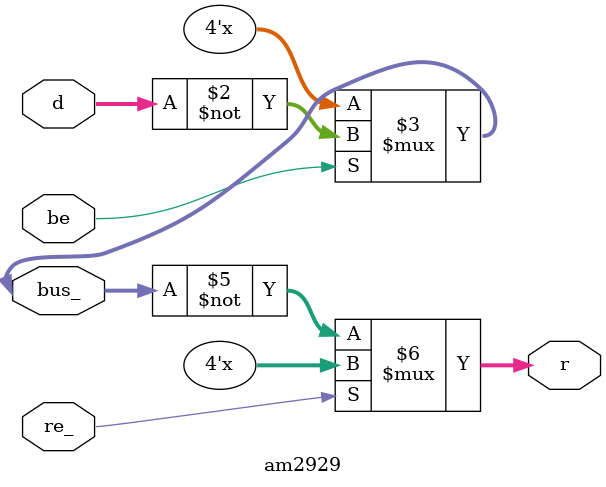
<source format=v>


module am2929(d, be, re_, bus_, r);
parameter WIDTH=4;
input [WIDTH-1:0] d;
input be, re_;
inout [WIDTH-1:0] bus_;
output [WIDTH-1:0] r;

assign bus_ = (be=='b0) ? {WIDTH{1'bZ}} : ~d;
assign r = (re_=='b0) ? ~bus_ : {WIDTH{1'bZ}};

endmodule

</source>
